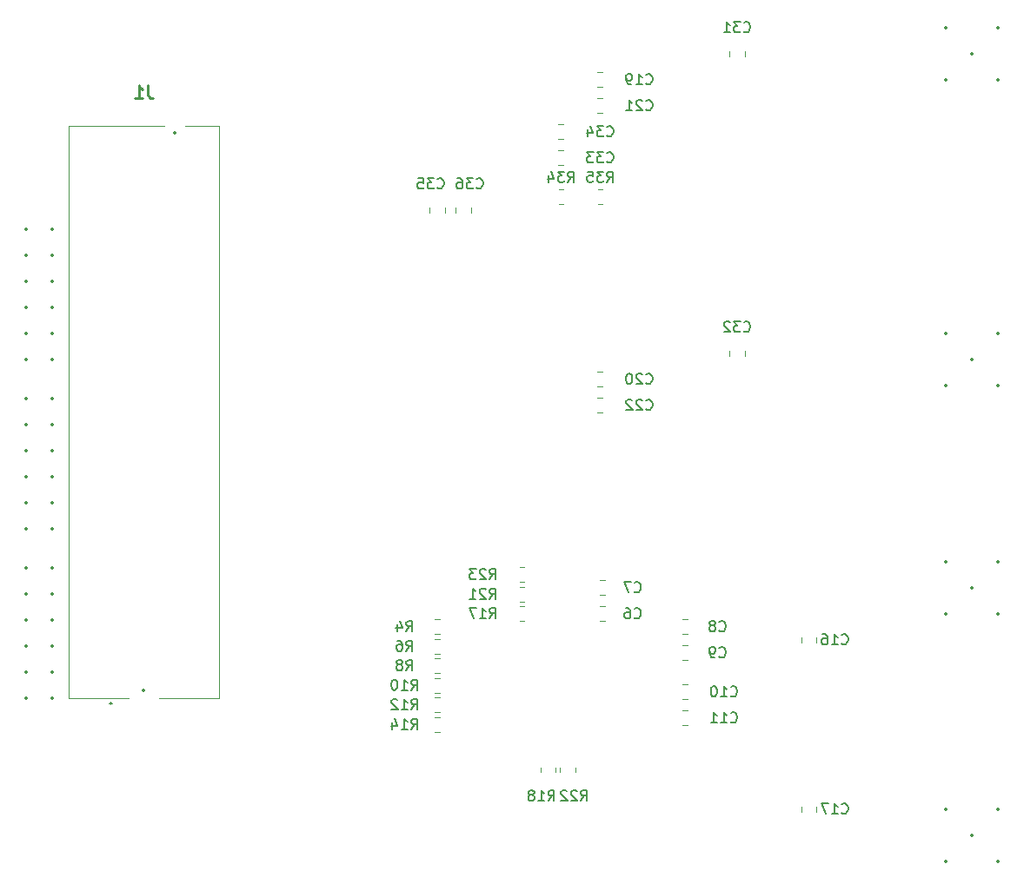
<source format=gbo>
%TF.GenerationSoftware,KiCad,Pcbnew,8.0.0*%
%TF.CreationDate,2024-08-31T00:58:19+03:00*%
%TF.ProjectId,ML605_LPC_Board_wADC_DAC,4d4c3630-355f-44c5-9043-5f426f617264,rev?*%
%TF.SameCoordinates,Original*%
%TF.FileFunction,Legend,Bot*%
%TF.FilePolarity,Positive*%
%FSLAX46Y46*%
G04 Gerber Fmt 4.6, Leading zero omitted, Abs format (unit mm)*
G04 Created by KiCad (PCBNEW 8.0.0) date 2024-08-31 00:58:19*
%MOMM*%
%LPD*%
G01*
G04 APERTURE LIST*
%ADD10C,0.177800*%
%ADD11C,0.254000*%
%ADD12C,0.120000*%
%ADD13C,0.100000*%
%ADD14C,0.200000*%
%ADD15C,0.350000*%
G04 APERTURE END LIST*
D10*
X146773142Y-85594013D02*
X146821523Y-85642394D01*
X146821523Y-85642394D02*
X146966666Y-85690774D01*
X146966666Y-85690774D02*
X147063428Y-85690774D01*
X147063428Y-85690774D02*
X147208571Y-85642394D01*
X147208571Y-85642394D02*
X147305333Y-85545632D01*
X147305333Y-85545632D02*
X147353714Y-85448870D01*
X147353714Y-85448870D02*
X147402095Y-85255346D01*
X147402095Y-85255346D02*
X147402095Y-85110203D01*
X147402095Y-85110203D02*
X147353714Y-84916679D01*
X147353714Y-84916679D02*
X147305333Y-84819917D01*
X147305333Y-84819917D02*
X147208571Y-84723155D01*
X147208571Y-84723155D02*
X147063428Y-84674774D01*
X147063428Y-84674774D02*
X146966666Y-84674774D01*
X146966666Y-84674774D02*
X146821523Y-84723155D01*
X146821523Y-84723155D02*
X146773142Y-84771536D01*
X146434476Y-84674774D02*
X145805523Y-84674774D01*
X145805523Y-84674774D02*
X146144190Y-85061822D01*
X146144190Y-85061822D02*
X145999047Y-85061822D01*
X145999047Y-85061822D02*
X145902285Y-85110203D01*
X145902285Y-85110203D02*
X145853904Y-85158584D01*
X145853904Y-85158584D02*
X145805523Y-85255346D01*
X145805523Y-85255346D02*
X145805523Y-85497251D01*
X145805523Y-85497251D02*
X145853904Y-85594013D01*
X145853904Y-85594013D02*
X145902285Y-85642394D01*
X145902285Y-85642394D02*
X145999047Y-85690774D01*
X145999047Y-85690774D02*
X146289333Y-85690774D01*
X146289333Y-85690774D02*
X146386095Y-85642394D01*
X146386095Y-85642394D02*
X146434476Y-85594013D01*
X145418476Y-84771536D02*
X145370095Y-84723155D01*
X145370095Y-84723155D02*
X145273333Y-84674774D01*
X145273333Y-84674774D02*
X145031428Y-84674774D01*
X145031428Y-84674774D02*
X144934666Y-84723155D01*
X144934666Y-84723155D02*
X144886285Y-84771536D01*
X144886285Y-84771536D02*
X144837904Y-84868298D01*
X144837904Y-84868298D02*
X144837904Y-84965060D01*
X144837904Y-84965060D02*
X144886285Y-85110203D01*
X144886285Y-85110203D02*
X145466857Y-85690774D01*
X145466857Y-85690774D02*
X144837904Y-85690774D01*
X137248142Y-90674013D02*
X137296523Y-90722394D01*
X137296523Y-90722394D02*
X137441666Y-90770774D01*
X137441666Y-90770774D02*
X137538428Y-90770774D01*
X137538428Y-90770774D02*
X137683571Y-90722394D01*
X137683571Y-90722394D02*
X137780333Y-90625632D01*
X137780333Y-90625632D02*
X137828714Y-90528870D01*
X137828714Y-90528870D02*
X137877095Y-90335346D01*
X137877095Y-90335346D02*
X137877095Y-90190203D01*
X137877095Y-90190203D02*
X137828714Y-89996679D01*
X137828714Y-89996679D02*
X137780333Y-89899917D01*
X137780333Y-89899917D02*
X137683571Y-89803155D01*
X137683571Y-89803155D02*
X137538428Y-89754774D01*
X137538428Y-89754774D02*
X137441666Y-89754774D01*
X137441666Y-89754774D02*
X137296523Y-89803155D01*
X137296523Y-89803155D02*
X137248142Y-89851536D01*
X136861095Y-89851536D02*
X136812714Y-89803155D01*
X136812714Y-89803155D02*
X136715952Y-89754774D01*
X136715952Y-89754774D02*
X136474047Y-89754774D01*
X136474047Y-89754774D02*
X136377285Y-89803155D01*
X136377285Y-89803155D02*
X136328904Y-89851536D01*
X136328904Y-89851536D02*
X136280523Y-89948298D01*
X136280523Y-89948298D02*
X136280523Y-90045060D01*
X136280523Y-90045060D02*
X136328904Y-90190203D01*
X136328904Y-90190203D02*
X136909476Y-90770774D01*
X136909476Y-90770774D02*
X136280523Y-90770774D01*
X135651571Y-89754774D02*
X135554809Y-89754774D01*
X135554809Y-89754774D02*
X135458047Y-89803155D01*
X135458047Y-89803155D02*
X135409666Y-89851536D01*
X135409666Y-89851536D02*
X135361285Y-89948298D01*
X135361285Y-89948298D02*
X135312904Y-90141822D01*
X135312904Y-90141822D02*
X135312904Y-90383727D01*
X135312904Y-90383727D02*
X135361285Y-90577251D01*
X135361285Y-90577251D02*
X135409666Y-90674013D01*
X135409666Y-90674013D02*
X135458047Y-90722394D01*
X135458047Y-90722394D02*
X135554809Y-90770774D01*
X135554809Y-90770774D02*
X135651571Y-90770774D01*
X135651571Y-90770774D02*
X135748333Y-90722394D01*
X135748333Y-90722394D02*
X135796714Y-90674013D01*
X135796714Y-90674013D02*
X135845095Y-90577251D01*
X135845095Y-90577251D02*
X135893476Y-90383727D01*
X135893476Y-90383727D02*
X135893476Y-90141822D01*
X135893476Y-90141822D02*
X135845095Y-89948298D01*
X135845095Y-89948298D02*
X135796714Y-89851536D01*
X135796714Y-89851536D02*
X135748333Y-89803155D01*
X135748333Y-89803155D02*
X135651571Y-89754774D01*
D11*
X88758332Y-61674318D02*
X88758332Y-62581461D01*
X88758332Y-62581461D02*
X88818809Y-62762889D01*
X88818809Y-62762889D02*
X88939761Y-62883842D01*
X88939761Y-62883842D02*
X89121190Y-62944318D01*
X89121190Y-62944318D02*
X89242142Y-62944318D01*
X87488332Y-62944318D02*
X88214047Y-62944318D01*
X87851190Y-62944318D02*
X87851190Y-61674318D01*
X87851190Y-61674318D02*
X87972142Y-61855746D01*
X87972142Y-61855746D02*
X88093094Y-61976699D01*
X88093094Y-61976699D02*
X88214047Y-62037175D01*
D10*
X113904332Y-116805774D02*
X114242999Y-116321965D01*
X114484904Y-116805774D02*
X114484904Y-115789774D01*
X114484904Y-115789774D02*
X114097856Y-115789774D01*
X114097856Y-115789774D02*
X114001094Y-115838155D01*
X114001094Y-115838155D02*
X113952713Y-115886536D01*
X113952713Y-115886536D02*
X113904332Y-115983298D01*
X113904332Y-115983298D02*
X113904332Y-116128441D01*
X113904332Y-116128441D02*
X113952713Y-116225203D01*
X113952713Y-116225203D02*
X114001094Y-116273584D01*
X114001094Y-116273584D02*
X114097856Y-116321965D01*
X114097856Y-116321965D02*
X114484904Y-116321965D01*
X113033475Y-115789774D02*
X113226999Y-115789774D01*
X113226999Y-115789774D02*
X113323761Y-115838155D01*
X113323761Y-115838155D02*
X113372142Y-115886536D01*
X113372142Y-115886536D02*
X113468904Y-116031679D01*
X113468904Y-116031679D02*
X113517285Y-116225203D01*
X113517285Y-116225203D02*
X113517285Y-116612251D01*
X113517285Y-116612251D02*
X113468904Y-116709013D01*
X113468904Y-116709013D02*
X113420523Y-116757394D01*
X113420523Y-116757394D02*
X113323761Y-116805774D01*
X113323761Y-116805774D02*
X113130237Y-116805774D01*
X113130237Y-116805774D02*
X113033475Y-116757394D01*
X113033475Y-116757394D02*
X112985094Y-116709013D01*
X112985094Y-116709013D02*
X112936713Y-116612251D01*
X112936713Y-116612251D02*
X112936713Y-116370346D01*
X112936713Y-116370346D02*
X112985094Y-116273584D01*
X112985094Y-116273584D02*
X113033475Y-116225203D01*
X113033475Y-116225203D02*
X113130237Y-116176822D01*
X113130237Y-116176822D02*
X113323761Y-116176822D01*
X113323761Y-116176822D02*
X113420523Y-116225203D01*
X113420523Y-116225203D02*
X113468904Y-116273584D01*
X113468904Y-116273584D02*
X113517285Y-116370346D01*
X122008142Y-113630774D02*
X122346809Y-113146965D01*
X122588714Y-113630774D02*
X122588714Y-112614774D01*
X122588714Y-112614774D02*
X122201666Y-112614774D01*
X122201666Y-112614774D02*
X122104904Y-112663155D01*
X122104904Y-112663155D02*
X122056523Y-112711536D01*
X122056523Y-112711536D02*
X122008142Y-112808298D01*
X122008142Y-112808298D02*
X122008142Y-112953441D01*
X122008142Y-112953441D02*
X122056523Y-113050203D01*
X122056523Y-113050203D02*
X122104904Y-113098584D01*
X122104904Y-113098584D02*
X122201666Y-113146965D01*
X122201666Y-113146965D02*
X122588714Y-113146965D01*
X121040523Y-113630774D02*
X121621095Y-113630774D01*
X121330809Y-113630774D02*
X121330809Y-112614774D01*
X121330809Y-112614774D02*
X121427571Y-112759917D01*
X121427571Y-112759917D02*
X121524333Y-112856679D01*
X121524333Y-112856679D02*
X121621095Y-112905060D01*
X120701857Y-112614774D02*
X120024523Y-112614774D01*
X120024523Y-112614774D02*
X120459952Y-113630774D01*
X114388142Y-120615774D02*
X114726809Y-120131965D01*
X114968714Y-120615774D02*
X114968714Y-119599774D01*
X114968714Y-119599774D02*
X114581666Y-119599774D01*
X114581666Y-119599774D02*
X114484904Y-119648155D01*
X114484904Y-119648155D02*
X114436523Y-119696536D01*
X114436523Y-119696536D02*
X114388142Y-119793298D01*
X114388142Y-119793298D02*
X114388142Y-119938441D01*
X114388142Y-119938441D02*
X114436523Y-120035203D01*
X114436523Y-120035203D02*
X114484904Y-120083584D01*
X114484904Y-120083584D02*
X114581666Y-120131965D01*
X114581666Y-120131965D02*
X114968714Y-120131965D01*
X113420523Y-120615774D02*
X114001095Y-120615774D01*
X113710809Y-120615774D02*
X113710809Y-119599774D01*
X113710809Y-119599774D02*
X113807571Y-119744917D01*
X113807571Y-119744917D02*
X113904333Y-119841679D01*
X113904333Y-119841679D02*
X114001095Y-119890060D01*
X112791571Y-119599774D02*
X112694809Y-119599774D01*
X112694809Y-119599774D02*
X112598047Y-119648155D01*
X112598047Y-119648155D02*
X112549666Y-119696536D01*
X112549666Y-119696536D02*
X112501285Y-119793298D01*
X112501285Y-119793298D02*
X112452904Y-119986822D01*
X112452904Y-119986822D02*
X112452904Y-120228727D01*
X112452904Y-120228727D02*
X112501285Y-120422251D01*
X112501285Y-120422251D02*
X112549666Y-120519013D01*
X112549666Y-120519013D02*
X112598047Y-120567394D01*
X112598047Y-120567394D02*
X112694809Y-120615774D01*
X112694809Y-120615774D02*
X112791571Y-120615774D01*
X112791571Y-120615774D02*
X112888333Y-120567394D01*
X112888333Y-120567394D02*
X112936714Y-120519013D01*
X112936714Y-120519013D02*
X112985095Y-120422251D01*
X112985095Y-120422251D02*
X113033476Y-120228727D01*
X113033476Y-120228727D02*
X113033476Y-119986822D01*
X113033476Y-119986822D02*
X112985095Y-119793298D01*
X112985095Y-119793298D02*
X112936714Y-119696536D01*
X112936714Y-119696536D02*
X112888333Y-119648155D01*
X112888333Y-119648155D02*
X112791571Y-119599774D01*
X156298142Y-132584013D02*
X156346523Y-132632394D01*
X156346523Y-132632394D02*
X156491666Y-132680774D01*
X156491666Y-132680774D02*
X156588428Y-132680774D01*
X156588428Y-132680774D02*
X156733571Y-132632394D01*
X156733571Y-132632394D02*
X156830333Y-132535632D01*
X156830333Y-132535632D02*
X156878714Y-132438870D01*
X156878714Y-132438870D02*
X156927095Y-132245346D01*
X156927095Y-132245346D02*
X156927095Y-132100203D01*
X156927095Y-132100203D02*
X156878714Y-131906679D01*
X156878714Y-131906679D02*
X156830333Y-131809917D01*
X156830333Y-131809917D02*
X156733571Y-131713155D01*
X156733571Y-131713155D02*
X156588428Y-131664774D01*
X156588428Y-131664774D02*
X156491666Y-131664774D01*
X156491666Y-131664774D02*
X156346523Y-131713155D01*
X156346523Y-131713155D02*
X156298142Y-131761536D01*
X155330523Y-132680774D02*
X155911095Y-132680774D01*
X155620809Y-132680774D02*
X155620809Y-131664774D01*
X155620809Y-131664774D02*
X155717571Y-131809917D01*
X155717571Y-131809917D02*
X155814333Y-131906679D01*
X155814333Y-131906679D02*
X155911095Y-131955060D01*
X154991857Y-131664774D02*
X154314523Y-131664774D01*
X154314523Y-131664774D02*
X154749952Y-132680774D01*
X120738142Y-71624013D02*
X120786523Y-71672394D01*
X120786523Y-71672394D02*
X120931666Y-71720774D01*
X120931666Y-71720774D02*
X121028428Y-71720774D01*
X121028428Y-71720774D02*
X121173571Y-71672394D01*
X121173571Y-71672394D02*
X121270333Y-71575632D01*
X121270333Y-71575632D02*
X121318714Y-71478870D01*
X121318714Y-71478870D02*
X121367095Y-71285346D01*
X121367095Y-71285346D02*
X121367095Y-71140203D01*
X121367095Y-71140203D02*
X121318714Y-70946679D01*
X121318714Y-70946679D02*
X121270333Y-70849917D01*
X121270333Y-70849917D02*
X121173571Y-70753155D01*
X121173571Y-70753155D02*
X121028428Y-70704774D01*
X121028428Y-70704774D02*
X120931666Y-70704774D01*
X120931666Y-70704774D02*
X120786523Y-70753155D01*
X120786523Y-70753155D02*
X120738142Y-70801536D01*
X120399476Y-70704774D02*
X119770523Y-70704774D01*
X119770523Y-70704774D02*
X120109190Y-71091822D01*
X120109190Y-71091822D02*
X119964047Y-71091822D01*
X119964047Y-71091822D02*
X119867285Y-71140203D01*
X119867285Y-71140203D02*
X119818904Y-71188584D01*
X119818904Y-71188584D02*
X119770523Y-71285346D01*
X119770523Y-71285346D02*
X119770523Y-71527251D01*
X119770523Y-71527251D02*
X119818904Y-71624013D01*
X119818904Y-71624013D02*
X119867285Y-71672394D01*
X119867285Y-71672394D02*
X119964047Y-71720774D01*
X119964047Y-71720774D02*
X120254333Y-71720774D01*
X120254333Y-71720774D02*
X120351095Y-71672394D01*
X120351095Y-71672394D02*
X120399476Y-71624013D01*
X118899666Y-70704774D02*
X119093190Y-70704774D01*
X119093190Y-70704774D02*
X119189952Y-70753155D01*
X119189952Y-70753155D02*
X119238333Y-70801536D01*
X119238333Y-70801536D02*
X119335095Y-70946679D01*
X119335095Y-70946679D02*
X119383476Y-71140203D01*
X119383476Y-71140203D02*
X119383476Y-71527251D01*
X119383476Y-71527251D02*
X119335095Y-71624013D01*
X119335095Y-71624013D02*
X119286714Y-71672394D01*
X119286714Y-71672394D02*
X119189952Y-71720774D01*
X119189952Y-71720774D02*
X118996428Y-71720774D01*
X118996428Y-71720774D02*
X118899666Y-71672394D01*
X118899666Y-71672394D02*
X118851285Y-71624013D01*
X118851285Y-71624013D02*
X118802904Y-71527251D01*
X118802904Y-71527251D02*
X118802904Y-71285346D01*
X118802904Y-71285346D02*
X118851285Y-71188584D01*
X118851285Y-71188584D02*
X118899666Y-71140203D01*
X118899666Y-71140203D02*
X118996428Y-71091822D01*
X118996428Y-71091822D02*
X119189952Y-71091822D01*
X119189952Y-71091822D02*
X119286714Y-71140203D01*
X119286714Y-71140203D02*
X119335095Y-71188584D01*
X119335095Y-71188584D02*
X119383476Y-71285346D01*
X113904332Y-118710774D02*
X114242999Y-118226965D01*
X114484904Y-118710774D02*
X114484904Y-117694774D01*
X114484904Y-117694774D02*
X114097856Y-117694774D01*
X114097856Y-117694774D02*
X114001094Y-117743155D01*
X114001094Y-117743155D02*
X113952713Y-117791536D01*
X113952713Y-117791536D02*
X113904332Y-117888298D01*
X113904332Y-117888298D02*
X113904332Y-118033441D01*
X113904332Y-118033441D02*
X113952713Y-118130203D01*
X113952713Y-118130203D02*
X114001094Y-118178584D01*
X114001094Y-118178584D02*
X114097856Y-118226965D01*
X114097856Y-118226965D02*
X114484904Y-118226965D01*
X113323761Y-118130203D02*
X113420523Y-118081822D01*
X113420523Y-118081822D02*
X113468904Y-118033441D01*
X113468904Y-118033441D02*
X113517285Y-117936679D01*
X113517285Y-117936679D02*
X113517285Y-117888298D01*
X113517285Y-117888298D02*
X113468904Y-117791536D01*
X113468904Y-117791536D02*
X113420523Y-117743155D01*
X113420523Y-117743155D02*
X113323761Y-117694774D01*
X113323761Y-117694774D02*
X113130237Y-117694774D01*
X113130237Y-117694774D02*
X113033475Y-117743155D01*
X113033475Y-117743155D02*
X112985094Y-117791536D01*
X112985094Y-117791536D02*
X112936713Y-117888298D01*
X112936713Y-117888298D02*
X112936713Y-117936679D01*
X112936713Y-117936679D02*
X112985094Y-118033441D01*
X112985094Y-118033441D02*
X113033475Y-118081822D01*
X113033475Y-118081822D02*
X113130237Y-118130203D01*
X113130237Y-118130203D02*
X113323761Y-118130203D01*
X113323761Y-118130203D02*
X113420523Y-118178584D01*
X113420523Y-118178584D02*
X113468904Y-118226965D01*
X113468904Y-118226965D02*
X113517285Y-118323727D01*
X113517285Y-118323727D02*
X113517285Y-118517251D01*
X113517285Y-118517251D02*
X113468904Y-118614013D01*
X113468904Y-118614013D02*
X113420523Y-118662394D01*
X113420523Y-118662394D02*
X113323761Y-118710774D01*
X113323761Y-118710774D02*
X113130237Y-118710774D01*
X113130237Y-118710774D02*
X113033475Y-118662394D01*
X113033475Y-118662394D02*
X112985094Y-118614013D01*
X112985094Y-118614013D02*
X112936713Y-118517251D01*
X112936713Y-118517251D02*
X112936713Y-118323727D01*
X112936713Y-118323727D02*
X112985094Y-118226965D01*
X112985094Y-118226965D02*
X113033475Y-118178584D01*
X113033475Y-118178584D02*
X113130237Y-118130203D01*
X136129332Y-110994013D02*
X136177713Y-111042394D01*
X136177713Y-111042394D02*
X136322856Y-111090774D01*
X136322856Y-111090774D02*
X136419618Y-111090774D01*
X136419618Y-111090774D02*
X136564761Y-111042394D01*
X136564761Y-111042394D02*
X136661523Y-110945632D01*
X136661523Y-110945632D02*
X136709904Y-110848870D01*
X136709904Y-110848870D02*
X136758285Y-110655346D01*
X136758285Y-110655346D02*
X136758285Y-110510203D01*
X136758285Y-110510203D02*
X136709904Y-110316679D01*
X136709904Y-110316679D02*
X136661523Y-110219917D01*
X136661523Y-110219917D02*
X136564761Y-110123155D01*
X136564761Y-110123155D02*
X136419618Y-110074774D01*
X136419618Y-110074774D02*
X136322856Y-110074774D01*
X136322856Y-110074774D02*
X136177713Y-110123155D01*
X136177713Y-110123155D02*
X136129332Y-110171536D01*
X135790666Y-110074774D02*
X135113332Y-110074774D01*
X135113332Y-110074774D02*
X135548761Y-111090774D01*
X133438142Y-66544013D02*
X133486523Y-66592394D01*
X133486523Y-66592394D02*
X133631666Y-66640774D01*
X133631666Y-66640774D02*
X133728428Y-66640774D01*
X133728428Y-66640774D02*
X133873571Y-66592394D01*
X133873571Y-66592394D02*
X133970333Y-66495632D01*
X133970333Y-66495632D02*
X134018714Y-66398870D01*
X134018714Y-66398870D02*
X134067095Y-66205346D01*
X134067095Y-66205346D02*
X134067095Y-66060203D01*
X134067095Y-66060203D02*
X134018714Y-65866679D01*
X134018714Y-65866679D02*
X133970333Y-65769917D01*
X133970333Y-65769917D02*
X133873571Y-65673155D01*
X133873571Y-65673155D02*
X133728428Y-65624774D01*
X133728428Y-65624774D02*
X133631666Y-65624774D01*
X133631666Y-65624774D02*
X133486523Y-65673155D01*
X133486523Y-65673155D02*
X133438142Y-65721536D01*
X133099476Y-65624774D02*
X132470523Y-65624774D01*
X132470523Y-65624774D02*
X132809190Y-66011822D01*
X132809190Y-66011822D02*
X132664047Y-66011822D01*
X132664047Y-66011822D02*
X132567285Y-66060203D01*
X132567285Y-66060203D02*
X132518904Y-66108584D01*
X132518904Y-66108584D02*
X132470523Y-66205346D01*
X132470523Y-66205346D02*
X132470523Y-66447251D01*
X132470523Y-66447251D02*
X132518904Y-66544013D01*
X132518904Y-66544013D02*
X132567285Y-66592394D01*
X132567285Y-66592394D02*
X132664047Y-66640774D01*
X132664047Y-66640774D02*
X132954333Y-66640774D01*
X132954333Y-66640774D02*
X133051095Y-66592394D01*
X133051095Y-66592394D02*
X133099476Y-66544013D01*
X131599666Y-65963441D02*
X131599666Y-66640774D01*
X131841571Y-65576394D02*
X132083476Y-66302108D01*
X132083476Y-66302108D02*
X131454523Y-66302108D01*
X127723142Y-131410774D02*
X128061809Y-130926965D01*
X128303714Y-131410774D02*
X128303714Y-130394774D01*
X128303714Y-130394774D02*
X127916666Y-130394774D01*
X127916666Y-130394774D02*
X127819904Y-130443155D01*
X127819904Y-130443155D02*
X127771523Y-130491536D01*
X127771523Y-130491536D02*
X127723142Y-130588298D01*
X127723142Y-130588298D02*
X127723142Y-130733441D01*
X127723142Y-130733441D02*
X127771523Y-130830203D01*
X127771523Y-130830203D02*
X127819904Y-130878584D01*
X127819904Y-130878584D02*
X127916666Y-130926965D01*
X127916666Y-130926965D02*
X128303714Y-130926965D01*
X126755523Y-131410774D02*
X127336095Y-131410774D01*
X127045809Y-131410774D02*
X127045809Y-130394774D01*
X127045809Y-130394774D02*
X127142571Y-130539917D01*
X127142571Y-130539917D02*
X127239333Y-130636679D01*
X127239333Y-130636679D02*
X127336095Y-130685060D01*
X126174952Y-130830203D02*
X126271714Y-130781822D01*
X126271714Y-130781822D02*
X126320095Y-130733441D01*
X126320095Y-130733441D02*
X126368476Y-130636679D01*
X126368476Y-130636679D02*
X126368476Y-130588298D01*
X126368476Y-130588298D02*
X126320095Y-130491536D01*
X126320095Y-130491536D02*
X126271714Y-130443155D01*
X126271714Y-130443155D02*
X126174952Y-130394774D01*
X126174952Y-130394774D02*
X125981428Y-130394774D01*
X125981428Y-130394774D02*
X125884666Y-130443155D01*
X125884666Y-130443155D02*
X125836285Y-130491536D01*
X125836285Y-130491536D02*
X125787904Y-130588298D01*
X125787904Y-130588298D02*
X125787904Y-130636679D01*
X125787904Y-130636679D02*
X125836285Y-130733441D01*
X125836285Y-130733441D02*
X125884666Y-130781822D01*
X125884666Y-130781822D02*
X125981428Y-130830203D01*
X125981428Y-130830203D02*
X126174952Y-130830203D01*
X126174952Y-130830203D02*
X126271714Y-130878584D01*
X126271714Y-130878584D02*
X126320095Y-130926965D01*
X126320095Y-130926965D02*
X126368476Y-131023727D01*
X126368476Y-131023727D02*
X126368476Y-131217251D01*
X126368476Y-131217251D02*
X126320095Y-131314013D01*
X126320095Y-131314013D02*
X126271714Y-131362394D01*
X126271714Y-131362394D02*
X126174952Y-131410774D01*
X126174952Y-131410774D02*
X125981428Y-131410774D01*
X125981428Y-131410774D02*
X125884666Y-131362394D01*
X125884666Y-131362394D02*
X125836285Y-131314013D01*
X125836285Y-131314013D02*
X125787904Y-131217251D01*
X125787904Y-131217251D02*
X125787904Y-131023727D01*
X125787904Y-131023727D02*
X125836285Y-130926965D01*
X125836285Y-130926965D02*
X125884666Y-130878584D01*
X125884666Y-130878584D02*
X125981428Y-130830203D01*
X114388142Y-122520774D02*
X114726809Y-122036965D01*
X114968714Y-122520774D02*
X114968714Y-121504774D01*
X114968714Y-121504774D02*
X114581666Y-121504774D01*
X114581666Y-121504774D02*
X114484904Y-121553155D01*
X114484904Y-121553155D02*
X114436523Y-121601536D01*
X114436523Y-121601536D02*
X114388142Y-121698298D01*
X114388142Y-121698298D02*
X114388142Y-121843441D01*
X114388142Y-121843441D02*
X114436523Y-121940203D01*
X114436523Y-121940203D02*
X114484904Y-121988584D01*
X114484904Y-121988584D02*
X114581666Y-122036965D01*
X114581666Y-122036965D02*
X114968714Y-122036965D01*
X113420523Y-122520774D02*
X114001095Y-122520774D01*
X113710809Y-122520774D02*
X113710809Y-121504774D01*
X113710809Y-121504774D02*
X113807571Y-121649917D01*
X113807571Y-121649917D02*
X113904333Y-121746679D01*
X113904333Y-121746679D02*
X114001095Y-121795060D01*
X113033476Y-121601536D02*
X112985095Y-121553155D01*
X112985095Y-121553155D02*
X112888333Y-121504774D01*
X112888333Y-121504774D02*
X112646428Y-121504774D01*
X112646428Y-121504774D02*
X112549666Y-121553155D01*
X112549666Y-121553155D02*
X112501285Y-121601536D01*
X112501285Y-121601536D02*
X112452904Y-121698298D01*
X112452904Y-121698298D02*
X112452904Y-121795060D01*
X112452904Y-121795060D02*
X112501285Y-121940203D01*
X112501285Y-121940203D02*
X113081857Y-122520774D01*
X113081857Y-122520774D02*
X112452904Y-122520774D01*
X129628142Y-71085774D02*
X129966809Y-70601965D01*
X130208714Y-71085774D02*
X130208714Y-70069774D01*
X130208714Y-70069774D02*
X129821666Y-70069774D01*
X129821666Y-70069774D02*
X129724904Y-70118155D01*
X129724904Y-70118155D02*
X129676523Y-70166536D01*
X129676523Y-70166536D02*
X129628142Y-70263298D01*
X129628142Y-70263298D02*
X129628142Y-70408441D01*
X129628142Y-70408441D02*
X129676523Y-70505203D01*
X129676523Y-70505203D02*
X129724904Y-70553584D01*
X129724904Y-70553584D02*
X129821666Y-70601965D01*
X129821666Y-70601965D02*
X130208714Y-70601965D01*
X129289476Y-70069774D02*
X128660523Y-70069774D01*
X128660523Y-70069774D02*
X128999190Y-70456822D01*
X128999190Y-70456822D02*
X128854047Y-70456822D01*
X128854047Y-70456822D02*
X128757285Y-70505203D01*
X128757285Y-70505203D02*
X128708904Y-70553584D01*
X128708904Y-70553584D02*
X128660523Y-70650346D01*
X128660523Y-70650346D02*
X128660523Y-70892251D01*
X128660523Y-70892251D02*
X128708904Y-70989013D01*
X128708904Y-70989013D02*
X128757285Y-71037394D01*
X128757285Y-71037394D02*
X128854047Y-71085774D01*
X128854047Y-71085774D02*
X129144333Y-71085774D01*
X129144333Y-71085774D02*
X129241095Y-71037394D01*
X129241095Y-71037394D02*
X129289476Y-70989013D01*
X127789666Y-70408441D02*
X127789666Y-71085774D01*
X128031571Y-70021394D02*
X128273476Y-70747108D01*
X128273476Y-70747108D02*
X127644523Y-70747108D01*
X137248142Y-61464013D02*
X137296523Y-61512394D01*
X137296523Y-61512394D02*
X137441666Y-61560774D01*
X137441666Y-61560774D02*
X137538428Y-61560774D01*
X137538428Y-61560774D02*
X137683571Y-61512394D01*
X137683571Y-61512394D02*
X137780333Y-61415632D01*
X137780333Y-61415632D02*
X137828714Y-61318870D01*
X137828714Y-61318870D02*
X137877095Y-61125346D01*
X137877095Y-61125346D02*
X137877095Y-60980203D01*
X137877095Y-60980203D02*
X137828714Y-60786679D01*
X137828714Y-60786679D02*
X137780333Y-60689917D01*
X137780333Y-60689917D02*
X137683571Y-60593155D01*
X137683571Y-60593155D02*
X137538428Y-60544774D01*
X137538428Y-60544774D02*
X137441666Y-60544774D01*
X137441666Y-60544774D02*
X137296523Y-60593155D01*
X137296523Y-60593155D02*
X137248142Y-60641536D01*
X136280523Y-61560774D02*
X136861095Y-61560774D01*
X136570809Y-61560774D02*
X136570809Y-60544774D01*
X136570809Y-60544774D02*
X136667571Y-60689917D01*
X136667571Y-60689917D02*
X136764333Y-60786679D01*
X136764333Y-60786679D02*
X136861095Y-60835060D01*
X135796714Y-61560774D02*
X135603190Y-61560774D01*
X135603190Y-61560774D02*
X135506428Y-61512394D01*
X135506428Y-61512394D02*
X135458047Y-61464013D01*
X135458047Y-61464013D02*
X135361285Y-61318870D01*
X135361285Y-61318870D02*
X135312904Y-61125346D01*
X135312904Y-61125346D02*
X135312904Y-60738298D01*
X135312904Y-60738298D02*
X135361285Y-60641536D01*
X135361285Y-60641536D02*
X135409666Y-60593155D01*
X135409666Y-60593155D02*
X135506428Y-60544774D01*
X135506428Y-60544774D02*
X135699952Y-60544774D01*
X135699952Y-60544774D02*
X135796714Y-60593155D01*
X135796714Y-60593155D02*
X135845095Y-60641536D01*
X135845095Y-60641536D02*
X135893476Y-60738298D01*
X135893476Y-60738298D02*
X135893476Y-60980203D01*
X135893476Y-60980203D02*
X135845095Y-61076965D01*
X135845095Y-61076965D02*
X135796714Y-61125346D01*
X135796714Y-61125346D02*
X135699952Y-61173727D01*
X135699952Y-61173727D02*
X135506428Y-61173727D01*
X135506428Y-61173727D02*
X135409666Y-61125346D01*
X135409666Y-61125346D02*
X135361285Y-61076965D01*
X135361285Y-61076965D02*
X135312904Y-60980203D01*
X113904332Y-114900774D02*
X114242999Y-114416965D01*
X114484904Y-114900774D02*
X114484904Y-113884774D01*
X114484904Y-113884774D02*
X114097856Y-113884774D01*
X114097856Y-113884774D02*
X114001094Y-113933155D01*
X114001094Y-113933155D02*
X113952713Y-113981536D01*
X113952713Y-113981536D02*
X113904332Y-114078298D01*
X113904332Y-114078298D02*
X113904332Y-114223441D01*
X113904332Y-114223441D02*
X113952713Y-114320203D01*
X113952713Y-114320203D02*
X114001094Y-114368584D01*
X114001094Y-114368584D02*
X114097856Y-114416965D01*
X114097856Y-114416965D02*
X114484904Y-114416965D01*
X113033475Y-114223441D02*
X113033475Y-114900774D01*
X113275380Y-113836394D02*
X113517285Y-114562108D01*
X113517285Y-114562108D02*
X112888332Y-114562108D01*
X122008142Y-111725774D02*
X122346809Y-111241965D01*
X122588714Y-111725774D02*
X122588714Y-110709774D01*
X122588714Y-110709774D02*
X122201666Y-110709774D01*
X122201666Y-110709774D02*
X122104904Y-110758155D01*
X122104904Y-110758155D02*
X122056523Y-110806536D01*
X122056523Y-110806536D02*
X122008142Y-110903298D01*
X122008142Y-110903298D02*
X122008142Y-111048441D01*
X122008142Y-111048441D02*
X122056523Y-111145203D01*
X122056523Y-111145203D02*
X122104904Y-111193584D01*
X122104904Y-111193584D02*
X122201666Y-111241965D01*
X122201666Y-111241965D02*
X122588714Y-111241965D01*
X121621095Y-110806536D02*
X121572714Y-110758155D01*
X121572714Y-110758155D02*
X121475952Y-110709774D01*
X121475952Y-110709774D02*
X121234047Y-110709774D01*
X121234047Y-110709774D02*
X121137285Y-110758155D01*
X121137285Y-110758155D02*
X121088904Y-110806536D01*
X121088904Y-110806536D02*
X121040523Y-110903298D01*
X121040523Y-110903298D02*
X121040523Y-111000060D01*
X121040523Y-111000060D02*
X121088904Y-111145203D01*
X121088904Y-111145203D02*
X121669476Y-111725774D01*
X121669476Y-111725774D02*
X121040523Y-111725774D01*
X120072904Y-111725774D02*
X120653476Y-111725774D01*
X120363190Y-111725774D02*
X120363190Y-110709774D01*
X120363190Y-110709774D02*
X120459952Y-110854917D01*
X120459952Y-110854917D02*
X120556714Y-110951679D01*
X120556714Y-110951679D02*
X120653476Y-111000060D01*
X122008142Y-109820774D02*
X122346809Y-109336965D01*
X122588714Y-109820774D02*
X122588714Y-108804774D01*
X122588714Y-108804774D02*
X122201666Y-108804774D01*
X122201666Y-108804774D02*
X122104904Y-108853155D01*
X122104904Y-108853155D02*
X122056523Y-108901536D01*
X122056523Y-108901536D02*
X122008142Y-108998298D01*
X122008142Y-108998298D02*
X122008142Y-109143441D01*
X122008142Y-109143441D02*
X122056523Y-109240203D01*
X122056523Y-109240203D02*
X122104904Y-109288584D01*
X122104904Y-109288584D02*
X122201666Y-109336965D01*
X122201666Y-109336965D02*
X122588714Y-109336965D01*
X121621095Y-108901536D02*
X121572714Y-108853155D01*
X121572714Y-108853155D02*
X121475952Y-108804774D01*
X121475952Y-108804774D02*
X121234047Y-108804774D01*
X121234047Y-108804774D02*
X121137285Y-108853155D01*
X121137285Y-108853155D02*
X121088904Y-108901536D01*
X121088904Y-108901536D02*
X121040523Y-108998298D01*
X121040523Y-108998298D02*
X121040523Y-109095060D01*
X121040523Y-109095060D02*
X121088904Y-109240203D01*
X121088904Y-109240203D02*
X121669476Y-109820774D01*
X121669476Y-109820774D02*
X121040523Y-109820774D01*
X120701857Y-108804774D02*
X120072904Y-108804774D01*
X120072904Y-108804774D02*
X120411571Y-109191822D01*
X120411571Y-109191822D02*
X120266428Y-109191822D01*
X120266428Y-109191822D02*
X120169666Y-109240203D01*
X120169666Y-109240203D02*
X120121285Y-109288584D01*
X120121285Y-109288584D02*
X120072904Y-109385346D01*
X120072904Y-109385346D02*
X120072904Y-109627251D01*
X120072904Y-109627251D02*
X120121285Y-109724013D01*
X120121285Y-109724013D02*
X120169666Y-109772394D01*
X120169666Y-109772394D02*
X120266428Y-109820774D01*
X120266428Y-109820774D02*
X120556714Y-109820774D01*
X120556714Y-109820774D02*
X120653476Y-109772394D01*
X120653476Y-109772394D02*
X120701857Y-109724013D01*
X145503142Y-123694013D02*
X145551523Y-123742394D01*
X145551523Y-123742394D02*
X145696666Y-123790774D01*
X145696666Y-123790774D02*
X145793428Y-123790774D01*
X145793428Y-123790774D02*
X145938571Y-123742394D01*
X145938571Y-123742394D02*
X146035333Y-123645632D01*
X146035333Y-123645632D02*
X146083714Y-123548870D01*
X146083714Y-123548870D02*
X146132095Y-123355346D01*
X146132095Y-123355346D02*
X146132095Y-123210203D01*
X146132095Y-123210203D02*
X146083714Y-123016679D01*
X146083714Y-123016679D02*
X146035333Y-122919917D01*
X146035333Y-122919917D02*
X145938571Y-122823155D01*
X145938571Y-122823155D02*
X145793428Y-122774774D01*
X145793428Y-122774774D02*
X145696666Y-122774774D01*
X145696666Y-122774774D02*
X145551523Y-122823155D01*
X145551523Y-122823155D02*
X145503142Y-122871536D01*
X144535523Y-123790774D02*
X145116095Y-123790774D01*
X144825809Y-123790774D02*
X144825809Y-122774774D01*
X144825809Y-122774774D02*
X144922571Y-122919917D01*
X144922571Y-122919917D02*
X145019333Y-123016679D01*
X145019333Y-123016679D02*
X145116095Y-123065060D01*
X143567904Y-123790774D02*
X144148476Y-123790774D01*
X143858190Y-123790774D02*
X143858190Y-122774774D01*
X143858190Y-122774774D02*
X143954952Y-122919917D01*
X143954952Y-122919917D02*
X144051714Y-123016679D01*
X144051714Y-123016679D02*
X144148476Y-123065060D01*
X145503142Y-121154013D02*
X145551523Y-121202394D01*
X145551523Y-121202394D02*
X145696666Y-121250774D01*
X145696666Y-121250774D02*
X145793428Y-121250774D01*
X145793428Y-121250774D02*
X145938571Y-121202394D01*
X145938571Y-121202394D02*
X146035333Y-121105632D01*
X146035333Y-121105632D02*
X146083714Y-121008870D01*
X146083714Y-121008870D02*
X146132095Y-120815346D01*
X146132095Y-120815346D02*
X146132095Y-120670203D01*
X146132095Y-120670203D02*
X146083714Y-120476679D01*
X146083714Y-120476679D02*
X146035333Y-120379917D01*
X146035333Y-120379917D02*
X145938571Y-120283155D01*
X145938571Y-120283155D02*
X145793428Y-120234774D01*
X145793428Y-120234774D02*
X145696666Y-120234774D01*
X145696666Y-120234774D02*
X145551523Y-120283155D01*
X145551523Y-120283155D02*
X145503142Y-120331536D01*
X144535523Y-121250774D02*
X145116095Y-121250774D01*
X144825809Y-121250774D02*
X144825809Y-120234774D01*
X144825809Y-120234774D02*
X144922571Y-120379917D01*
X144922571Y-120379917D02*
X145019333Y-120476679D01*
X145019333Y-120476679D02*
X145116095Y-120525060D01*
X143906571Y-120234774D02*
X143809809Y-120234774D01*
X143809809Y-120234774D02*
X143713047Y-120283155D01*
X143713047Y-120283155D02*
X143664666Y-120331536D01*
X143664666Y-120331536D02*
X143616285Y-120428298D01*
X143616285Y-120428298D02*
X143567904Y-120621822D01*
X143567904Y-120621822D02*
X143567904Y-120863727D01*
X143567904Y-120863727D02*
X143616285Y-121057251D01*
X143616285Y-121057251D02*
X143664666Y-121154013D01*
X143664666Y-121154013D02*
X143713047Y-121202394D01*
X143713047Y-121202394D02*
X143809809Y-121250774D01*
X143809809Y-121250774D02*
X143906571Y-121250774D01*
X143906571Y-121250774D02*
X144003333Y-121202394D01*
X144003333Y-121202394D02*
X144051714Y-121154013D01*
X144051714Y-121154013D02*
X144100095Y-121057251D01*
X144100095Y-121057251D02*
X144148476Y-120863727D01*
X144148476Y-120863727D02*
X144148476Y-120621822D01*
X144148476Y-120621822D02*
X144100095Y-120428298D01*
X144100095Y-120428298D02*
X144051714Y-120331536D01*
X144051714Y-120331536D02*
X144003333Y-120283155D01*
X144003333Y-120283155D02*
X143906571Y-120234774D01*
X137248142Y-93214013D02*
X137296523Y-93262394D01*
X137296523Y-93262394D02*
X137441666Y-93310774D01*
X137441666Y-93310774D02*
X137538428Y-93310774D01*
X137538428Y-93310774D02*
X137683571Y-93262394D01*
X137683571Y-93262394D02*
X137780333Y-93165632D01*
X137780333Y-93165632D02*
X137828714Y-93068870D01*
X137828714Y-93068870D02*
X137877095Y-92875346D01*
X137877095Y-92875346D02*
X137877095Y-92730203D01*
X137877095Y-92730203D02*
X137828714Y-92536679D01*
X137828714Y-92536679D02*
X137780333Y-92439917D01*
X137780333Y-92439917D02*
X137683571Y-92343155D01*
X137683571Y-92343155D02*
X137538428Y-92294774D01*
X137538428Y-92294774D02*
X137441666Y-92294774D01*
X137441666Y-92294774D02*
X137296523Y-92343155D01*
X137296523Y-92343155D02*
X137248142Y-92391536D01*
X136861095Y-92391536D02*
X136812714Y-92343155D01*
X136812714Y-92343155D02*
X136715952Y-92294774D01*
X136715952Y-92294774D02*
X136474047Y-92294774D01*
X136474047Y-92294774D02*
X136377285Y-92343155D01*
X136377285Y-92343155D02*
X136328904Y-92391536D01*
X136328904Y-92391536D02*
X136280523Y-92488298D01*
X136280523Y-92488298D02*
X136280523Y-92585060D01*
X136280523Y-92585060D02*
X136328904Y-92730203D01*
X136328904Y-92730203D02*
X136909476Y-93310774D01*
X136909476Y-93310774D02*
X136280523Y-93310774D01*
X135893476Y-92391536D02*
X135845095Y-92343155D01*
X135845095Y-92343155D02*
X135748333Y-92294774D01*
X135748333Y-92294774D02*
X135506428Y-92294774D01*
X135506428Y-92294774D02*
X135409666Y-92343155D01*
X135409666Y-92343155D02*
X135361285Y-92391536D01*
X135361285Y-92391536D02*
X135312904Y-92488298D01*
X135312904Y-92488298D02*
X135312904Y-92585060D01*
X135312904Y-92585060D02*
X135361285Y-92730203D01*
X135361285Y-92730203D02*
X135941857Y-93310774D01*
X135941857Y-93310774D02*
X135312904Y-93310774D01*
X133438142Y-71085774D02*
X133776809Y-70601965D01*
X134018714Y-71085774D02*
X134018714Y-70069774D01*
X134018714Y-70069774D02*
X133631666Y-70069774D01*
X133631666Y-70069774D02*
X133534904Y-70118155D01*
X133534904Y-70118155D02*
X133486523Y-70166536D01*
X133486523Y-70166536D02*
X133438142Y-70263298D01*
X133438142Y-70263298D02*
X133438142Y-70408441D01*
X133438142Y-70408441D02*
X133486523Y-70505203D01*
X133486523Y-70505203D02*
X133534904Y-70553584D01*
X133534904Y-70553584D02*
X133631666Y-70601965D01*
X133631666Y-70601965D02*
X134018714Y-70601965D01*
X133099476Y-70069774D02*
X132470523Y-70069774D01*
X132470523Y-70069774D02*
X132809190Y-70456822D01*
X132809190Y-70456822D02*
X132664047Y-70456822D01*
X132664047Y-70456822D02*
X132567285Y-70505203D01*
X132567285Y-70505203D02*
X132518904Y-70553584D01*
X132518904Y-70553584D02*
X132470523Y-70650346D01*
X132470523Y-70650346D02*
X132470523Y-70892251D01*
X132470523Y-70892251D02*
X132518904Y-70989013D01*
X132518904Y-70989013D02*
X132567285Y-71037394D01*
X132567285Y-71037394D02*
X132664047Y-71085774D01*
X132664047Y-71085774D02*
X132954333Y-71085774D01*
X132954333Y-71085774D02*
X133051095Y-71037394D01*
X133051095Y-71037394D02*
X133099476Y-70989013D01*
X131551285Y-70069774D02*
X132035095Y-70069774D01*
X132035095Y-70069774D02*
X132083476Y-70553584D01*
X132083476Y-70553584D02*
X132035095Y-70505203D01*
X132035095Y-70505203D02*
X131938333Y-70456822D01*
X131938333Y-70456822D02*
X131696428Y-70456822D01*
X131696428Y-70456822D02*
X131599666Y-70505203D01*
X131599666Y-70505203D02*
X131551285Y-70553584D01*
X131551285Y-70553584D02*
X131502904Y-70650346D01*
X131502904Y-70650346D02*
X131502904Y-70892251D01*
X131502904Y-70892251D02*
X131551285Y-70989013D01*
X131551285Y-70989013D02*
X131599666Y-71037394D01*
X131599666Y-71037394D02*
X131696428Y-71085774D01*
X131696428Y-71085774D02*
X131938333Y-71085774D01*
X131938333Y-71085774D02*
X132035095Y-71037394D01*
X132035095Y-71037394D02*
X132083476Y-70989013D01*
X116928142Y-71624013D02*
X116976523Y-71672394D01*
X116976523Y-71672394D02*
X117121666Y-71720774D01*
X117121666Y-71720774D02*
X117218428Y-71720774D01*
X117218428Y-71720774D02*
X117363571Y-71672394D01*
X117363571Y-71672394D02*
X117460333Y-71575632D01*
X117460333Y-71575632D02*
X117508714Y-71478870D01*
X117508714Y-71478870D02*
X117557095Y-71285346D01*
X117557095Y-71285346D02*
X117557095Y-71140203D01*
X117557095Y-71140203D02*
X117508714Y-70946679D01*
X117508714Y-70946679D02*
X117460333Y-70849917D01*
X117460333Y-70849917D02*
X117363571Y-70753155D01*
X117363571Y-70753155D02*
X117218428Y-70704774D01*
X117218428Y-70704774D02*
X117121666Y-70704774D01*
X117121666Y-70704774D02*
X116976523Y-70753155D01*
X116976523Y-70753155D02*
X116928142Y-70801536D01*
X116589476Y-70704774D02*
X115960523Y-70704774D01*
X115960523Y-70704774D02*
X116299190Y-71091822D01*
X116299190Y-71091822D02*
X116154047Y-71091822D01*
X116154047Y-71091822D02*
X116057285Y-71140203D01*
X116057285Y-71140203D02*
X116008904Y-71188584D01*
X116008904Y-71188584D02*
X115960523Y-71285346D01*
X115960523Y-71285346D02*
X115960523Y-71527251D01*
X115960523Y-71527251D02*
X116008904Y-71624013D01*
X116008904Y-71624013D02*
X116057285Y-71672394D01*
X116057285Y-71672394D02*
X116154047Y-71720774D01*
X116154047Y-71720774D02*
X116444333Y-71720774D01*
X116444333Y-71720774D02*
X116541095Y-71672394D01*
X116541095Y-71672394D02*
X116589476Y-71624013D01*
X115041285Y-70704774D02*
X115525095Y-70704774D01*
X115525095Y-70704774D02*
X115573476Y-71188584D01*
X115573476Y-71188584D02*
X115525095Y-71140203D01*
X115525095Y-71140203D02*
X115428333Y-71091822D01*
X115428333Y-71091822D02*
X115186428Y-71091822D01*
X115186428Y-71091822D02*
X115089666Y-71140203D01*
X115089666Y-71140203D02*
X115041285Y-71188584D01*
X115041285Y-71188584D02*
X114992904Y-71285346D01*
X114992904Y-71285346D02*
X114992904Y-71527251D01*
X114992904Y-71527251D02*
X115041285Y-71624013D01*
X115041285Y-71624013D02*
X115089666Y-71672394D01*
X115089666Y-71672394D02*
X115186428Y-71720774D01*
X115186428Y-71720774D02*
X115428333Y-71720774D01*
X115428333Y-71720774D02*
X115525095Y-71672394D01*
X115525095Y-71672394D02*
X115573476Y-71624013D01*
X130898142Y-131410774D02*
X131236809Y-130926965D01*
X131478714Y-131410774D02*
X131478714Y-130394774D01*
X131478714Y-130394774D02*
X131091666Y-130394774D01*
X131091666Y-130394774D02*
X130994904Y-130443155D01*
X130994904Y-130443155D02*
X130946523Y-130491536D01*
X130946523Y-130491536D02*
X130898142Y-130588298D01*
X130898142Y-130588298D02*
X130898142Y-130733441D01*
X130898142Y-130733441D02*
X130946523Y-130830203D01*
X130946523Y-130830203D02*
X130994904Y-130878584D01*
X130994904Y-130878584D02*
X131091666Y-130926965D01*
X131091666Y-130926965D02*
X131478714Y-130926965D01*
X130511095Y-130491536D02*
X130462714Y-130443155D01*
X130462714Y-130443155D02*
X130365952Y-130394774D01*
X130365952Y-130394774D02*
X130124047Y-130394774D01*
X130124047Y-130394774D02*
X130027285Y-130443155D01*
X130027285Y-130443155D02*
X129978904Y-130491536D01*
X129978904Y-130491536D02*
X129930523Y-130588298D01*
X129930523Y-130588298D02*
X129930523Y-130685060D01*
X129930523Y-130685060D02*
X129978904Y-130830203D01*
X129978904Y-130830203D02*
X130559476Y-131410774D01*
X130559476Y-131410774D02*
X129930523Y-131410774D01*
X129543476Y-130491536D02*
X129495095Y-130443155D01*
X129495095Y-130443155D02*
X129398333Y-130394774D01*
X129398333Y-130394774D02*
X129156428Y-130394774D01*
X129156428Y-130394774D02*
X129059666Y-130443155D01*
X129059666Y-130443155D02*
X129011285Y-130491536D01*
X129011285Y-130491536D02*
X128962904Y-130588298D01*
X128962904Y-130588298D02*
X128962904Y-130685060D01*
X128962904Y-130685060D02*
X129011285Y-130830203D01*
X129011285Y-130830203D02*
X129591857Y-131410774D01*
X129591857Y-131410774D02*
X128962904Y-131410774D01*
X136129332Y-113534013D02*
X136177713Y-113582394D01*
X136177713Y-113582394D02*
X136322856Y-113630774D01*
X136322856Y-113630774D02*
X136419618Y-113630774D01*
X136419618Y-113630774D02*
X136564761Y-113582394D01*
X136564761Y-113582394D02*
X136661523Y-113485632D01*
X136661523Y-113485632D02*
X136709904Y-113388870D01*
X136709904Y-113388870D02*
X136758285Y-113195346D01*
X136758285Y-113195346D02*
X136758285Y-113050203D01*
X136758285Y-113050203D02*
X136709904Y-112856679D01*
X136709904Y-112856679D02*
X136661523Y-112759917D01*
X136661523Y-112759917D02*
X136564761Y-112663155D01*
X136564761Y-112663155D02*
X136419618Y-112614774D01*
X136419618Y-112614774D02*
X136322856Y-112614774D01*
X136322856Y-112614774D02*
X136177713Y-112663155D01*
X136177713Y-112663155D02*
X136129332Y-112711536D01*
X135258475Y-112614774D02*
X135451999Y-112614774D01*
X135451999Y-112614774D02*
X135548761Y-112663155D01*
X135548761Y-112663155D02*
X135597142Y-112711536D01*
X135597142Y-112711536D02*
X135693904Y-112856679D01*
X135693904Y-112856679D02*
X135742285Y-113050203D01*
X135742285Y-113050203D02*
X135742285Y-113437251D01*
X135742285Y-113437251D02*
X135693904Y-113534013D01*
X135693904Y-113534013D02*
X135645523Y-113582394D01*
X135645523Y-113582394D02*
X135548761Y-113630774D01*
X135548761Y-113630774D02*
X135355237Y-113630774D01*
X135355237Y-113630774D02*
X135258475Y-113582394D01*
X135258475Y-113582394D02*
X135210094Y-113534013D01*
X135210094Y-113534013D02*
X135161713Y-113437251D01*
X135161713Y-113437251D02*
X135161713Y-113195346D01*
X135161713Y-113195346D02*
X135210094Y-113098584D01*
X135210094Y-113098584D02*
X135258475Y-113050203D01*
X135258475Y-113050203D02*
X135355237Y-113001822D01*
X135355237Y-113001822D02*
X135548761Y-113001822D01*
X135548761Y-113001822D02*
X135645523Y-113050203D01*
X135645523Y-113050203D02*
X135693904Y-113098584D01*
X135693904Y-113098584D02*
X135742285Y-113195346D01*
X146773142Y-56384013D02*
X146821523Y-56432394D01*
X146821523Y-56432394D02*
X146966666Y-56480774D01*
X146966666Y-56480774D02*
X147063428Y-56480774D01*
X147063428Y-56480774D02*
X147208571Y-56432394D01*
X147208571Y-56432394D02*
X147305333Y-56335632D01*
X147305333Y-56335632D02*
X147353714Y-56238870D01*
X147353714Y-56238870D02*
X147402095Y-56045346D01*
X147402095Y-56045346D02*
X147402095Y-55900203D01*
X147402095Y-55900203D02*
X147353714Y-55706679D01*
X147353714Y-55706679D02*
X147305333Y-55609917D01*
X147305333Y-55609917D02*
X147208571Y-55513155D01*
X147208571Y-55513155D02*
X147063428Y-55464774D01*
X147063428Y-55464774D02*
X146966666Y-55464774D01*
X146966666Y-55464774D02*
X146821523Y-55513155D01*
X146821523Y-55513155D02*
X146773142Y-55561536D01*
X146434476Y-55464774D02*
X145805523Y-55464774D01*
X145805523Y-55464774D02*
X146144190Y-55851822D01*
X146144190Y-55851822D02*
X145999047Y-55851822D01*
X145999047Y-55851822D02*
X145902285Y-55900203D01*
X145902285Y-55900203D02*
X145853904Y-55948584D01*
X145853904Y-55948584D02*
X145805523Y-56045346D01*
X145805523Y-56045346D02*
X145805523Y-56287251D01*
X145805523Y-56287251D02*
X145853904Y-56384013D01*
X145853904Y-56384013D02*
X145902285Y-56432394D01*
X145902285Y-56432394D02*
X145999047Y-56480774D01*
X145999047Y-56480774D02*
X146289333Y-56480774D01*
X146289333Y-56480774D02*
X146386095Y-56432394D01*
X146386095Y-56432394D02*
X146434476Y-56384013D01*
X144837904Y-56480774D02*
X145418476Y-56480774D01*
X145128190Y-56480774D02*
X145128190Y-55464774D01*
X145128190Y-55464774D02*
X145224952Y-55609917D01*
X145224952Y-55609917D02*
X145321714Y-55706679D01*
X145321714Y-55706679D02*
X145418476Y-55755060D01*
X114388142Y-124425774D02*
X114726809Y-123941965D01*
X114968714Y-124425774D02*
X114968714Y-123409774D01*
X114968714Y-123409774D02*
X114581666Y-123409774D01*
X114581666Y-123409774D02*
X114484904Y-123458155D01*
X114484904Y-123458155D02*
X114436523Y-123506536D01*
X114436523Y-123506536D02*
X114388142Y-123603298D01*
X114388142Y-123603298D02*
X114388142Y-123748441D01*
X114388142Y-123748441D02*
X114436523Y-123845203D01*
X114436523Y-123845203D02*
X114484904Y-123893584D01*
X114484904Y-123893584D02*
X114581666Y-123941965D01*
X114581666Y-123941965D02*
X114968714Y-123941965D01*
X113420523Y-124425774D02*
X114001095Y-124425774D01*
X113710809Y-124425774D02*
X113710809Y-123409774D01*
X113710809Y-123409774D02*
X113807571Y-123554917D01*
X113807571Y-123554917D02*
X113904333Y-123651679D01*
X113904333Y-123651679D02*
X114001095Y-123700060D01*
X112549666Y-123748441D02*
X112549666Y-124425774D01*
X112791571Y-123361394D02*
X113033476Y-124087108D01*
X113033476Y-124087108D02*
X112404523Y-124087108D01*
X133438142Y-69084013D02*
X133486523Y-69132394D01*
X133486523Y-69132394D02*
X133631666Y-69180774D01*
X133631666Y-69180774D02*
X133728428Y-69180774D01*
X133728428Y-69180774D02*
X133873571Y-69132394D01*
X133873571Y-69132394D02*
X133970333Y-69035632D01*
X133970333Y-69035632D02*
X134018714Y-68938870D01*
X134018714Y-68938870D02*
X134067095Y-68745346D01*
X134067095Y-68745346D02*
X134067095Y-68600203D01*
X134067095Y-68600203D02*
X134018714Y-68406679D01*
X134018714Y-68406679D02*
X133970333Y-68309917D01*
X133970333Y-68309917D02*
X133873571Y-68213155D01*
X133873571Y-68213155D02*
X133728428Y-68164774D01*
X133728428Y-68164774D02*
X133631666Y-68164774D01*
X133631666Y-68164774D02*
X133486523Y-68213155D01*
X133486523Y-68213155D02*
X133438142Y-68261536D01*
X133099476Y-68164774D02*
X132470523Y-68164774D01*
X132470523Y-68164774D02*
X132809190Y-68551822D01*
X132809190Y-68551822D02*
X132664047Y-68551822D01*
X132664047Y-68551822D02*
X132567285Y-68600203D01*
X132567285Y-68600203D02*
X132518904Y-68648584D01*
X132518904Y-68648584D02*
X132470523Y-68745346D01*
X132470523Y-68745346D02*
X132470523Y-68987251D01*
X132470523Y-68987251D02*
X132518904Y-69084013D01*
X132518904Y-69084013D02*
X132567285Y-69132394D01*
X132567285Y-69132394D02*
X132664047Y-69180774D01*
X132664047Y-69180774D02*
X132954333Y-69180774D01*
X132954333Y-69180774D02*
X133051095Y-69132394D01*
X133051095Y-69132394D02*
X133099476Y-69084013D01*
X132131857Y-68164774D02*
X131502904Y-68164774D01*
X131502904Y-68164774D02*
X131841571Y-68551822D01*
X131841571Y-68551822D02*
X131696428Y-68551822D01*
X131696428Y-68551822D02*
X131599666Y-68600203D01*
X131599666Y-68600203D02*
X131551285Y-68648584D01*
X131551285Y-68648584D02*
X131502904Y-68745346D01*
X131502904Y-68745346D02*
X131502904Y-68987251D01*
X131502904Y-68987251D02*
X131551285Y-69084013D01*
X131551285Y-69084013D02*
X131599666Y-69132394D01*
X131599666Y-69132394D02*
X131696428Y-69180774D01*
X131696428Y-69180774D02*
X131986714Y-69180774D01*
X131986714Y-69180774D02*
X132083476Y-69132394D01*
X132083476Y-69132394D02*
X132131857Y-69084013D01*
X137248142Y-64004013D02*
X137296523Y-64052394D01*
X137296523Y-64052394D02*
X137441666Y-64100774D01*
X137441666Y-64100774D02*
X137538428Y-64100774D01*
X137538428Y-64100774D02*
X137683571Y-64052394D01*
X137683571Y-64052394D02*
X137780333Y-63955632D01*
X137780333Y-63955632D02*
X137828714Y-63858870D01*
X137828714Y-63858870D02*
X137877095Y-63665346D01*
X137877095Y-63665346D02*
X137877095Y-63520203D01*
X137877095Y-63520203D02*
X137828714Y-63326679D01*
X137828714Y-63326679D02*
X137780333Y-63229917D01*
X137780333Y-63229917D02*
X137683571Y-63133155D01*
X137683571Y-63133155D02*
X137538428Y-63084774D01*
X137538428Y-63084774D02*
X137441666Y-63084774D01*
X137441666Y-63084774D02*
X137296523Y-63133155D01*
X137296523Y-63133155D02*
X137248142Y-63181536D01*
X136861095Y-63181536D02*
X136812714Y-63133155D01*
X136812714Y-63133155D02*
X136715952Y-63084774D01*
X136715952Y-63084774D02*
X136474047Y-63084774D01*
X136474047Y-63084774D02*
X136377285Y-63133155D01*
X136377285Y-63133155D02*
X136328904Y-63181536D01*
X136328904Y-63181536D02*
X136280523Y-63278298D01*
X136280523Y-63278298D02*
X136280523Y-63375060D01*
X136280523Y-63375060D02*
X136328904Y-63520203D01*
X136328904Y-63520203D02*
X136909476Y-64100774D01*
X136909476Y-64100774D02*
X136280523Y-64100774D01*
X135312904Y-64100774D02*
X135893476Y-64100774D01*
X135603190Y-64100774D02*
X135603190Y-63084774D01*
X135603190Y-63084774D02*
X135699952Y-63229917D01*
X135699952Y-63229917D02*
X135796714Y-63326679D01*
X135796714Y-63326679D02*
X135893476Y-63375060D01*
X156298142Y-116074013D02*
X156346523Y-116122394D01*
X156346523Y-116122394D02*
X156491666Y-116170774D01*
X156491666Y-116170774D02*
X156588428Y-116170774D01*
X156588428Y-116170774D02*
X156733571Y-116122394D01*
X156733571Y-116122394D02*
X156830333Y-116025632D01*
X156830333Y-116025632D02*
X156878714Y-115928870D01*
X156878714Y-115928870D02*
X156927095Y-115735346D01*
X156927095Y-115735346D02*
X156927095Y-115590203D01*
X156927095Y-115590203D02*
X156878714Y-115396679D01*
X156878714Y-115396679D02*
X156830333Y-115299917D01*
X156830333Y-115299917D02*
X156733571Y-115203155D01*
X156733571Y-115203155D02*
X156588428Y-115154774D01*
X156588428Y-115154774D02*
X156491666Y-115154774D01*
X156491666Y-115154774D02*
X156346523Y-115203155D01*
X156346523Y-115203155D02*
X156298142Y-115251536D01*
X155330523Y-116170774D02*
X155911095Y-116170774D01*
X155620809Y-116170774D02*
X155620809Y-115154774D01*
X155620809Y-115154774D02*
X155717571Y-115299917D01*
X155717571Y-115299917D02*
X155814333Y-115396679D01*
X155814333Y-115396679D02*
X155911095Y-115445060D01*
X154459666Y-115154774D02*
X154653190Y-115154774D01*
X154653190Y-115154774D02*
X154749952Y-115203155D01*
X154749952Y-115203155D02*
X154798333Y-115251536D01*
X154798333Y-115251536D02*
X154895095Y-115396679D01*
X154895095Y-115396679D02*
X154943476Y-115590203D01*
X154943476Y-115590203D02*
X154943476Y-115977251D01*
X154943476Y-115977251D02*
X154895095Y-116074013D01*
X154895095Y-116074013D02*
X154846714Y-116122394D01*
X154846714Y-116122394D02*
X154749952Y-116170774D01*
X154749952Y-116170774D02*
X154556428Y-116170774D01*
X154556428Y-116170774D02*
X154459666Y-116122394D01*
X154459666Y-116122394D02*
X154411285Y-116074013D01*
X154411285Y-116074013D02*
X154362904Y-115977251D01*
X154362904Y-115977251D02*
X154362904Y-115735346D01*
X154362904Y-115735346D02*
X154411285Y-115638584D01*
X154411285Y-115638584D02*
X154459666Y-115590203D01*
X154459666Y-115590203D02*
X154556428Y-115541822D01*
X154556428Y-115541822D02*
X154749952Y-115541822D01*
X154749952Y-115541822D02*
X154846714Y-115590203D01*
X154846714Y-115590203D02*
X154895095Y-115638584D01*
X154895095Y-115638584D02*
X154943476Y-115735346D01*
X144384332Y-114804013D02*
X144432713Y-114852394D01*
X144432713Y-114852394D02*
X144577856Y-114900774D01*
X144577856Y-114900774D02*
X144674618Y-114900774D01*
X144674618Y-114900774D02*
X144819761Y-114852394D01*
X144819761Y-114852394D02*
X144916523Y-114755632D01*
X144916523Y-114755632D02*
X144964904Y-114658870D01*
X144964904Y-114658870D02*
X145013285Y-114465346D01*
X145013285Y-114465346D02*
X145013285Y-114320203D01*
X145013285Y-114320203D02*
X144964904Y-114126679D01*
X144964904Y-114126679D02*
X144916523Y-114029917D01*
X144916523Y-114029917D02*
X144819761Y-113933155D01*
X144819761Y-113933155D02*
X144674618Y-113884774D01*
X144674618Y-113884774D02*
X144577856Y-113884774D01*
X144577856Y-113884774D02*
X144432713Y-113933155D01*
X144432713Y-113933155D02*
X144384332Y-113981536D01*
X143803761Y-114320203D02*
X143900523Y-114271822D01*
X143900523Y-114271822D02*
X143948904Y-114223441D01*
X143948904Y-114223441D02*
X143997285Y-114126679D01*
X143997285Y-114126679D02*
X143997285Y-114078298D01*
X143997285Y-114078298D02*
X143948904Y-113981536D01*
X143948904Y-113981536D02*
X143900523Y-113933155D01*
X143900523Y-113933155D02*
X143803761Y-113884774D01*
X143803761Y-113884774D02*
X143610237Y-113884774D01*
X143610237Y-113884774D02*
X143513475Y-113933155D01*
X143513475Y-113933155D02*
X143465094Y-113981536D01*
X143465094Y-113981536D02*
X143416713Y-114078298D01*
X143416713Y-114078298D02*
X143416713Y-114126679D01*
X143416713Y-114126679D02*
X143465094Y-114223441D01*
X143465094Y-114223441D02*
X143513475Y-114271822D01*
X143513475Y-114271822D02*
X143610237Y-114320203D01*
X143610237Y-114320203D02*
X143803761Y-114320203D01*
X143803761Y-114320203D02*
X143900523Y-114368584D01*
X143900523Y-114368584D02*
X143948904Y-114416965D01*
X143948904Y-114416965D02*
X143997285Y-114513727D01*
X143997285Y-114513727D02*
X143997285Y-114707251D01*
X143997285Y-114707251D02*
X143948904Y-114804013D01*
X143948904Y-114804013D02*
X143900523Y-114852394D01*
X143900523Y-114852394D02*
X143803761Y-114900774D01*
X143803761Y-114900774D02*
X143610237Y-114900774D01*
X143610237Y-114900774D02*
X143513475Y-114852394D01*
X143513475Y-114852394D02*
X143465094Y-114804013D01*
X143465094Y-114804013D02*
X143416713Y-114707251D01*
X143416713Y-114707251D02*
X143416713Y-114513727D01*
X143416713Y-114513727D02*
X143465094Y-114416965D01*
X143465094Y-114416965D02*
X143513475Y-114368584D01*
X143513475Y-114368584D02*
X143610237Y-114320203D01*
X144384332Y-117344013D02*
X144432713Y-117392394D01*
X144432713Y-117392394D02*
X144577856Y-117440774D01*
X144577856Y-117440774D02*
X144674618Y-117440774D01*
X144674618Y-117440774D02*
X144819761Y-117392394D01*
X144819761Y-117392394D02*
X144916523Y-117295632D01*
X144916523Y-117295632D02*
X144964904Y-117198870D01*
X144964904Y-117198870D02*
X145013285Y-117005346D01*
X145013285Y-117005346D02*
X145013285Y-116860203D01*
X145013285Y-116860203D02*
X144964904Y-116666679D01*
X144964904Y-116666679D02*
X144916523Y-116569917D01*
X144916523Y-116569917D02*
X144819761Y-116473155D01*
X144819761Y-116473155D02*
X144674618Y-116424774D01*
X144674618Y-116424774D02*
X144577856Y-116424774D01*
X144577856Y-116424774D02*
X144432713Y-116473155D01*
X144432713Y-116473155D02*
X144384332Y-116521536D01*
X143900523Y-117440774D02*
X143706999Y-117440774D01*
X143706999Y-117440774D02*
X143610237Y-117392394D01*
X143610237Y-117392394D02*
X143561856Y-117344013D01*
X143561856Y-117344013D02*
X143465094Y-117198870D01*
X143465094Y-117198870D02*
X143416713Y-117005346D01*
X143416713Y-117005346D02*
X143416713Y-116618298D01*
X143416713Y-116618298D02*
X143465094Y-116521536D01*
X143465094Y-116521536D02*
X143513475Y-116473155D01*
X143513475Y-116473155D02*
X143610237Y-116424774D01*
X143610237Y-116424774D02*
X143803761Y-116424774D01*
X143803761Y-116424774D02*
X143900523Y-116473155D01*
X143900523Y-116473155D02*
X143948904Y-116521536D01*
X143948904Y-116521536D02*
X143997285Y-116618298D01*
X143997285Y-116618298D02*
X143997285Y-116860203D01*
X143997285Y-116860203D02*
X143948904Y-116956965D01*
X143948904Y-116956965D02*
X143900523Y-117005346D01*
X143900523Y-117005346D02*
X143803761Y-117053727D01*
X143803761Y-117053727D02*
X143610237Y-117053727D01*
X143610237Y-117053727D02*
X143513475Y-117005346D01*
X143513475Y-117005346D02*
X143465094Y-116956965D01*
X143465094Y-116956965D02*
X143416713Y-116860203D01*
D12*
%TO.C,C32*%
X145385000Y-88031252D02*
X145385000Y-87508748D01*
X146855000Y-88031252D02*
X146855000Y-87508748D01*
%TO.C,C20*%
X133046252Y-89575000D02*
X132523748Y-89575000D01*
X133046252Y-91045000D02*
X132523748Y-91045000D01*
D13*
%TO.C,J1*%
X80995000Y-65594000D02*
X90335000Y-65594000D01*
X80995000Y-121374000D02*
X80995000Y-65594000D01*
D14*
X85035000Y-121929000D02*
X85035000Y-121929000D01*
X85235000Y-121929000D02*
X85235000Y-121929000D01*
D13*
X86835000Y-121374000D02*
X80995000Y-121374000D01*
X89835000Y-121374000D02*
X95675000Y-121374000D01*
X95675000Y-65594000D02*
X92335000Y-65594000D01*
X95675000Y-121374000D02*
X95675000Y-65594000D01*
D14*
X85035000Y-121929000D02*
G75*
G02*
X85235000Y-121929000I100000J0D01*
G01*
X85235000Y-121929000D02*
G75*
G02*
X85035000Y-121929000I-100000J0D01*
G01*
D12*
%TO.C,R6*%
X116682936Y-115610000D02*
X117137064Y-115610000D01*
X116682936Y-117080000D02*
X117137064Y-117080000D01*
%TO.C,R17*%
X125392064Y-112435000D02*
X124937936Y-112435000D01*
X125392064Y-113905000D02*
X124937936Y-113905000D01*
%TO.C,R10*%
X116682936Y-119420000D02*
X117137064Y-119420000D01*
X116682936Y-120890000D02*
X117137064Y-120890000D01*
%TO.C,C17*%
X152370000Y-132481252D02*
X152370000Y-131958748D01*
X153840000Y-132481252D02*
X153840000Y-131958748D01*
%TO.C,C36*%
X118715000Y-74061252D02*
X118715000Y-73538748D01*
X120185000Y-74061252D02*
X120185000Y-73538748D01*
%TO.C,R8*%
X116682936Y-117515000D02*
X117137064Y-117515000D01*
X116682936Y-118985000D02*
X117137064Y-118985000D01*
%TO.C,C7*%
X132756248Y-109895000D02*
X133278752Y-109895000D01*
X132756248Y-111365000D02*
X133278752Y-111365000D01*
%TO.C,C34*%
X129236252Y-65445000D02*
X128713748Y-65445000D01*
X129236252Y-66915000D02*
X128713748Y-66915000D01*
%TO.C,R18*%
X126970000Y-128637064D02*
X126970000Y-128182936D01*
X128440000Y-128637064D02*
X128440000Y-128182936D01*
%TO.C,R12*%
X116682936Y-121325000D02*
X117137064Y-121325000D01*
X116682936Y-122795000D02*
X117137064Y-122795000D01*
%TO.C,R34*%
X129202064Y-71795000D02*
X128747936Y-71795000D01*
X129202064Y-73265000D02*
X128747936Y-73265000D01*
%TO.C,C19*%
X133046252Y-60365000D02*
X132523748Y-60365000D01*
X133046252Y-61835000D02*
X132523748Y-61835000D01*
%TO.C,R4*%
X116682936Y-113705000D02*
X117137064Y-113705000D01*
X116682936Y-115175000D02*
X117137064Y-115175000D01*
%TO.C,R21*%
X125392064Y-110530000D02*
X124937936Y-110530000D01*
X125392064Y-112000000D02*
X124937936Y-112000000D01*
%TO.C,R23*%
X125392064Y-108625000D02*
X124937936Y-108625000D01*
X125392064Y-110095000D02*
X124937936Y-110095000D01*
%TO.C,C11*%
X141301252Y-122595000D02*
X140778748Y-122595000D01*
X141301252Y-124065000D02*
X140778748Y-124065000D01*
%TO.C,C10*%
X140778748Y-120055000D02*
X141301252Y-120055000D01*
X140778748Y-121525000D02*
X141301252Y-121525000D01*
%TO.C,C22*%
X133046252Y-92115000D02*
X132523748Y-92115000D01*
X133046252Y-93585000D02*
X132523748Y-93585000D01*
%TO.C,R35*%
X133012064Y-71795000D02*
X132557936Y-71795000D01*
X133012064Y-73265000D02*
X132557936Y-73265000D01*
%TO.C,C35*%
X116175000Y-73538748D02*
X116175000Y-74061252D01*
X117645000Y-73538748D02*
X117645000Y-74061252D01*
%TO.C,R22*%
X128875000Y-128637064D02*
X128875000Y-128182936D01*
X130345000Y-128637064D02*
X130345000Y-128182936D01*
%TO.C,C6*%
X133278752Y-112435000D02*
X132756248Y-112435000D01*
X133278752Y-113905000D02*
X132756248Y-113905000D01*
%TO.C,C31*%
X145385000Y-58821252D02*
X145385000Y-58298748D01*
X146855000Y-58821252D02*
X146855000Y-58298748D01*
%TO.C,R14*%
X116682936Y-123230000D02*
X117137064Y-123230000D01*
X116682936Y-124700000D02*
X117137064Y-124700000D01*
%TO.C,C33*%
X128713748Y-67985000D02*
X129236252Y-67985000D01*
X128713748Y-69455000D02*
X129236252Y-69455000D01*
%TO.C,C21*%
X133046252Y-62905000D02*
X132523748Y-62905000D01*
X133046252Y-64375000D02*
X132523748Y-64375000D01*
%TO.C,C16*%
X152370000Y-115971252D02*
X152370000Y-115448748D01*
X153840000Y-115971252D02*
X153840000Y-115448748D01*
%TO.C,C8*%
X141301252Y-113705000D02*
X140778748Y-113705000D01*
X141301252Y-115175000D02*
X140778748Y-115175000D01*
%TO.C,C9*%
X140778748Y-116245000D02*
X141301252Y-116245000D01*
X140778748Y-117715000D02*
X141301252Y-117715000D01*
%TD*%
D15*
X168980000Y-58560000D03*
X166440000Y-56020000D03*
X166440000Y-61100000D03*
X171520000Y-56020000D03*
X171520000Y-61100000D03*
X168980000Y-88405000D03*
X166440000Y-85865000D03*
X166440000Y-90945000D03*
X171520000Y-85865000D03*
X171520000Y-90945000D03*
X76905000Y-121425000D03*
X79445000Y-121425000D03*
X76905000Y-118885000D03*
X79445000Y-118885000D03*
X76905000Y-116345000D03*
X79445000Y-116345000D03*
X76905000Y-113805000D03*
X79445000Y-113805000D03*
X76905000Y-111265000D03*
X79445000Y-111265000D03*
X76905000Y-108725000D03*
X79445000Y-108725000D03*
X168980000Y-110630000D03*
X166440000Y-108090000D03*
X166440000Y-113170000D03*
X171520000Y-108090000D03*
X171520000Y-113170000D03*
X168980000Y-134760000D03*
X166440000Y-132220000D03*
X166440000Y-137300000D03*
X171520000Y-132220000D03*
X171520000Y-137300000D03*
X76905000Y-88405000D03*
X79445000Y-88405000D03*
X76905000Y-85865000D03*
X79445000Y-85865000D03*
X76905000Y-83325000D03*
X79445000Y-83325000D03*
X76905000Y-80785000D03*
X79445000Y-80785000D03*
X76905000Y-78245000D03*
X79445000Y-78245000D03*
X76905000Y-75705000D03*
X79445000Y-75705000D03*
X76885000Y-104890000D03*
X79425000Y-104890000D03*
X76885000Y-102350000D03*
X79425000Y-102350000D03*
X76885000Y-99810000D03*
X79425000Y-99810000D03*
X76885000Y-97270000D03*
X79425000Y-97270000D03*
X76885000Y-94730000D03*
X79425000Y-94730000D03*
X76885000Y-92190000D03*
X79425000Y-92190000D03*
X91385000Y-66294000D03*
X88335000Y-120674000D03*
M02*

</source>
